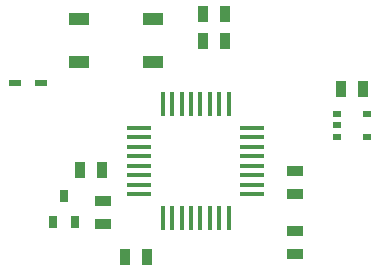
<source format=gtp>
G04 (created by PCBNEW (2011-nov-30)-testing) date Sun 23 Sep 2012 15:15:45 EDT*
%MOIN*%
G04 Gerber Fmt 3.4, Leading zero omitted, Abs format*
%FSLAX34Y34*%
G01*
G70*
G90*
G04 APERTURE LIST*
%ADD10C,0.006*%
%ADD11R,0.0709X0.0433*%
%ADD12R,0.0787X0.0177*%
%ADD13R,0.0177X0.0787*%
%ADD14R,0.035X0.055*%
%ADD15R,0.055X0.035*%
%ADD16R,0.03X0.02*%
%ADD17R,0.0315X0.0394*%
%ADD18R,0.0394X0.0236*%
G04 APERTURE END LIST*
G54D10*
G54D11*
X54653Y-38481D03*
X52213Y-37063D03*
X52213Y-38481D03*
X54653Y-37063D03*
G54D12*
X54204Y-42893D03*
X54204Y-42578D03*
X54204Y-42263D03*
X54204Y-41948D03*
X54204Y-41633D03*
X54204Y-41318D03*
X54204Y-41003D03*
X54204Y-40688D03*
X57970Y-40690D03*
X57970Y-42900D03*
X57970Y-42580D03*
X57970Y-42260D03*
X57970Y-41950D03*
X57970Y-41630D03*
X57970Y-41320D03*
X57970Y-41000D03*
G54D13*
X54988Y-39900D03*
X55302Y-39900D03*
X55618Y-39900D03*
X55932Y-39900D03*
X56248Y-39900D03*
X56562Y-39900D03*
X56878Y-39900D03*
X57192Y-39900D03*
X54990Y-43680D03*
X55300Y-43680D03*
X55620Y-43680D03*
X55930Y-43680D03*
X56240Y-43680D03*
X56560Y-43680D03*
X56880Y-43680D03*
X57200Y-43680D03*
G54D14*
X52225Y-42100D03*
X52975Y-42100D03*
X56325Y-37800D03*
X57075Y-37800D03*
G54D15*
X59400Y-42875D03*
X59400Y-42125D03*
G54D16*
X60800Y-40225D03*
X60800Y-40975D03*
X61800Y-40225D03*
X60800Y-40600D03*
X61800Y-40975D03*
G54D14*
X56325Y-36900D03*
X57075Y-36900D03*
G54D15*
X53000Y-43875D03*
X53000Y-43125D03*
X59400Y-44125D03*
X59400Y-44875D03*
G54D14*
X54475Y-45000D03*
X53725Y-45000D03*
G54D17*
X51700Y-42967D03*
X52075Y-43833D03*
X51325Y-43833D03*
G54D18*
X50067Y-39200D03*
X50933Y-39200D03*
G54D14*
X60925Y-39400D03*
X61675Y-39400D03*
M02*

</source>
